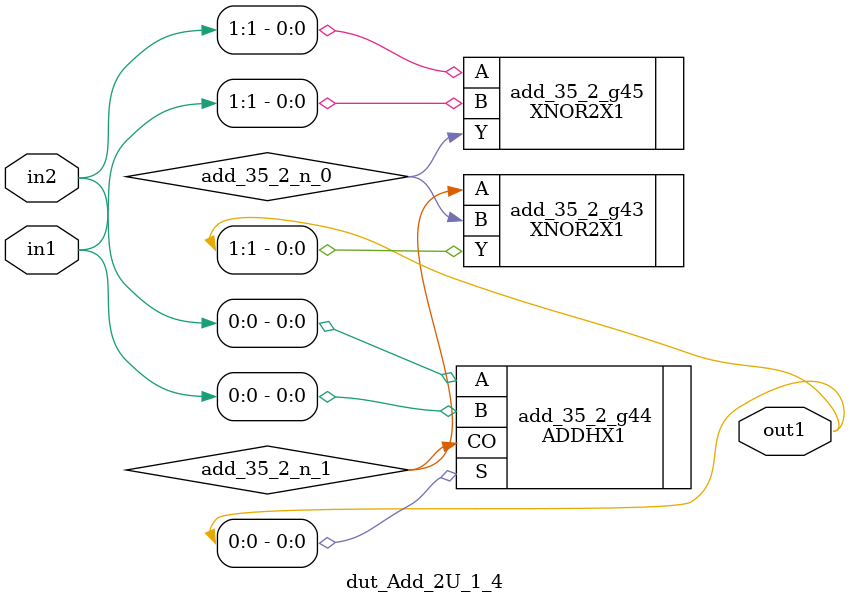
<source format=v>
`timescale 1ps / 1ps


module dut_Add_2U_1_4(in2, in1, out1);
  input [1:0] in2, in1;
  output [1:0] out1;
  wire [1:0] in2, in1;
  wire [1:0] out1;
  wire add_35_2_n_0, add_35_2_n_1;
  XNOR2X1 add_35_2_g43(.A (add_35_2_n_1), .B (add_35_2_n_0), .Y
       (out1[1]));
  ADDHX1 add_35_2_g44(.A (in2[0]), .B (in1[0]), .CO (add_35_2_n_1), .S
       (out1[0]));
  XNOR2X1 add_35_2_g45(.A (in2[1]), .B (in1[1]), .Y (add_35_2_n_0));
endmodule



</source>
